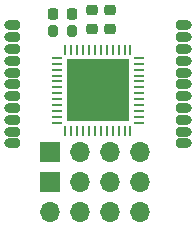
<source format=gbr>
%TF.GenerationSoftware,KiCad,Pcbnew,(5.99.0-10506-gb986797469)*%
%TF.CreationDate,2021-05-05T16:41:54+02:00*%
%TF.ProjectId,ESP31,45535033-312e-46b6-9963-61645f706362,rev?*%
%TF.SameCoordinates,Original*%
%TF.FileFunction,Soldermask,Top*%
%TF.FilePolarity,Negative*%
%FSLAX46Y46*%
G04 Gerber Fmt 4.6, Leading zero omitted, Abs format (unit mm)*
G04 Created by KiCad (PCBNEW (5.99.0-10506-gb986797469)) date 2021-05-05 16:41:54*
%MOMM*%
%LPD*%
G01*
G04 APERTURE LIST*
G04 Aperture macros list*
%AMRoundRect*
0 Rectangle with rounded corners*
0 $1 Rounding radius*
0 $2 $3 $4 $5 $6 $7 $8 $9 X,Y pos of 4 corners*
0 Add a 4 corners polygon primitive as box body*
4,1,4,$2,$3,$4,$5,$6,$7,$8,$9,$2,$3,0*
0 Add four circle primitives for the rounded corners*
1,1,$1+$1,$2,$3*
1,1,$1+$1,$4,$5*
1,1,$1+$1,$6,$7*
1,1,$1+$1,$8,$9*
0 Add four rect primitives between the rounded corners*
20,1,$1+$1,$2,$3,$4,$5,0*
20,1,$1+$1,$4,$5,$6,$7,0*
20,1,$1+$1,$6,$7,$8,$9,0*
20,1,$1+$1,$8,$9,$2,$3,0*%
%AMOutline5P*
0 Free polygon, 5 corners , with rotation*
0 The origin of the aperture is its center*
0 number of corners: always 8*
0 $1 to $10 corner X, Y*
0 $11 Rotation angle, in degrees counterclockwise*
0 create outline with 8 corners*
4,1,5,$1,$2,$3,$4,$5,$6,$7,$8,$9,$10,$1,$2,$11*%
%AMOutline6P*
0 Free polygon, 6 corners , with rotation*
0 The origin of the aperture is its center*
0 number of corners: always 6*
0 $1 to $12 corner X, Y*
0 $13 Rotation angle, in degrees counterclockwise*
0 create outline with 6 corners*
4,1,6,$1,$2,$3,$4,$5,$6,$7,$8,$9,$10,$11,$12,$1,$2,$13*%
%AMOutline7P*
0 Free polygon, 7 corners , with rotation*
0 The origin of the aperture is its center*
0 number of corners: always 7*
0 $1 to $14 corner X, Y*
0 $15 Rotation angle, in degrees counterclockwise*
0 create outline with 7 corners*
4,1,7,$1,$2,$3,$4,$5,$6,$7,$8,$9,$10,$11,$12,$13,$14,$1,$2,$15*%
%AMOutline8P*
0 Free polygon, 8 corners , with rotation*
0 The origin of the aperture is its center*
0 number of corners: always 8*
0 $1 to $16 corner X, Y*
0 $17 Rotation angle, in degrees counterclockwise*
0 create outline with 8 corners*
4,1,8,$1,$2,$3,$4,$5,$6,$7,$8,$9,$10,$11,$12,$13,$14,$15,$16,$1,$2,$17*%
G04 Aperture macros list end*
%ADD10C,0.800000*%
%ADD11Outline6P,0.200000X-0.400000X-0.400000X-0.400000X-0.400000X0.400000X0.200000X0.400000X0.400000X0.200000X0.400000X-0.200000X180.000000*%
%ADD12Outline6P,0.200000X-0.400000X-0.400000X-0.400000X-0.400000X0.400000X0.200000X0.400000X0.400000X0.200000X0.400000X-0.200000X0.000000*%
%ADD13RoundRect,0.225000X-0.225000X-0.250000X0.225000X-0.250000X0.225000X0.250000X-0.225000X0.250000X0*%
%ADD14RoundRect,0.225000X-0.250000X0.225000X-0.250000X-0.225000X0.250000X-0.225000X0.250000X0.225000X0*%
%ADD15RoundRect,0.062500X-0.062500X0.337500X-0.062500X-0.337500X0.062500X-0.337500X0.062500X0.337500X0*%
%ADD16RoundRect,0.062500X-0.337500X0.062500X-0.337500X-0.062500X0.337500X-0.062500X0.337500X0.062500X0*%
%ADD17R,5.300000X5.300000*%
%ADD18RoundRect,0.200000X0.200000X0.275000X-0.200000X0.275000X-0.200000X-0.275000X0.200000X-0.275000X0*%
%ADD19R,1.700000X1.700000*%
%ADD20O,1.700000X1.700000*%
G04 APERTURE END LIST*
D10*
%TO.C,J8*%
X119000000Y-104500000D03*
D11*
X118500000Y-104500000D03*
%TD*%
D10*
%TO.C,J10*%
X119000000Y-102500000D03*
D11*
X118500000Y-102500000D03*
%TD*%
D10*
%TO.C,J15*%
X119000000Y-97500000D03*
D11*
X118500000Y-97500000D03*
%TD*%
D10*
%TO.C,J12*%
X119000000Y-105500000D03*
D11*
X118500000Y-105500000D03*
%TD*%
D10*
%TO.C,J23*%
X104000000Y-101500000D03*
D12*
X104500000Y-101500000D03*
%TD*%
D10*
%TO.C,J14*%
X119000000Y-99500000D03*
D11*
X118500000Y-99500000D03*
%TD*%
D13*
%TO.C,C1*%
X107725000Y-96500000D03*
X109275000Y-96500000D03*
%TD*%
D10*
%TO.C,J11*%
X119000000Y-106500000D03*
D11*
X118500000Y-106500000D03*
%TD*%
D10*
%TO.C,J17*%
X119000000Y-100500000D03*
D11*
X118500000Y-100500000D03*
%TD*%
D10*
%TO.C,J24*%
X104000000Y-99500000D03*
D12*
X104500000Y-99500000D03*
%TD*%
D10*
%TO.C,J18*%
X104000000Y-105500000D03*
D12*
X104500000Y-105500000D03*
%TD*%
D14*
%TO.C,C2*%
X111000000Y-96225000D03*
X111000000Y-97775000D03*
%TD*%
%TO.C,C3*%
X112500000Y-96225000D03*
X112500000Y-97775000D03*
%TD*%
D10*
%TO.C,J20*%
X104000000Y-107500000D03*
D12*
X104500000Y-107500000D03*
%TD*%
D10*
%TO.C,J22*%
X104000000Y-104500000D03*
D12*
X104500000Y-104500000D03*
%TD*%
D10*
%TO.C,J19*%
X104000000Y-106500000D03*
D12*
X104500000Y-106500000D03*
%TD*%
D10*
%TO.C,J13*%
X119000000Y-101500000D03*
D11*
X118500000Y-101500000D03*
%TD*%
D15*
%TO.C,U1*%
X114250000Y-99550000D03*
X113750000Y-99550000D03*
X113250000Y-99550000D03*
X112750000Y-99550000D03*
X112250000Y-99550000D03*
X111750000Y-99550000D03*
X111250000Y-99550000D03*
X110750000Y-99550000D03*
X110250000Y-99550000D03*
X109750000Y-99550000D03*
X109250000Y-99550000D03*
X108750000Y-99550000D03*
D16*
X108050000Y-100250000D03*
X108050000Y-100750000D03*
X108050000Y-101250000D03*
X108050000Y-101750000D03*
X108050000Y-102250000D03*
X108050000Y-102750000D03*
X108050000Y-103250000D03*
X108050000Y-103750000D03*
X108050000Y-104250000D03*
X108050000Y-104750000D03*
X108050000Y-105250000D03*
X108050000Y-105750000D03*
D15*
X108750000Y-106450000D03*
X109250000Y-106450000D03*
X109750000Y-106450000D03*
X110250000Y-106450000D03*
X110750000Y-106450000D03*
X111250000Y-106450000D03*
X111750000Y-106450000D03*
X112250000Y-106450000D03*
X112750000Y-106450000D03*
X113250000Y-106450000D03*
X113750000Y-106450000D03*
X114250000Y-106450000D03*
D16*
X114950000Y-105750000D03*
X114950000Y-105250000D03*
X114950000Y-104750000D03*
X114950000Y-104250000D03*
X114950000Y-103750000D03*
X114950000Y-103250000D03*
X114950000Y-102750000D03*
X114950000Y-102250000D03*
X114950000Y-101750000D03*
X114950000Y-101250000D03*
X114950000Y-100750000D03*
X114950000Y-100250000D03*
D17*
X111500000Y-103000000D03*
%TD*%
D10*
%TO.C,J5*%
X104000000Y-103500000D03*
D12*
X104500000Y-103500000D03*
%TD*%
D10*
%TO.C,J6*%
X104000000Y-102500000D03*
D12*
X104500000Y-102500000D03*
%TD*%
D10*
%TO.C,J16*%
X119000000Y-98500000D03*
D11*
X118500000Y-98500000D03*
%TD*%
D18*
%TO.C,R1*%
X109325000Y-98000000D03*
X107675000Y-98000000D03*
%TD*%
D19*
%TO.C,J2*%
X107460000Y-108185000D03*
D20*
X110000000Y-108185000D03*
X112540000Y-108185000D03*
X115080000Y-108185000D03*
%TD*%
D10*
%TO.C,J9*%
X119000000Y-103500000D03*
D11*
X118500000Y-103500000D03*
%TD*%
D10*
%TO.C,J3*%
X104000000Y-97500000D03*
D12*
X104500000Y-97500000D03*
%TD*%
D10*
%TO.C,J21*%
X104000000Y-100500000D03*
D12*
X104500000Y-100500000D03*
%TD*%
D10*
%TO.C,J4*%
X104000000Y-98500000D03*
D12*
X104500000Y-98500000D03*
%TD*%
D10*
%TO.C,J7*%
X119000000Y-107500000D03*
D11*
X118500000Y-107500000D03*
%TD*%
D19*
%TO.C,J1*%
X107460000Y-110725000D03*
D20*
X107460000Y-113265000D03*
X110000000Y-110725000D03*
X110000000Y-113265000D03*
X112540000Y-110725000D03*
X112540000Y-113265000D03*
X115080000Y-110725000D03*
X115080000Y-113265000D03*
%TD*%
M02*

</source>
